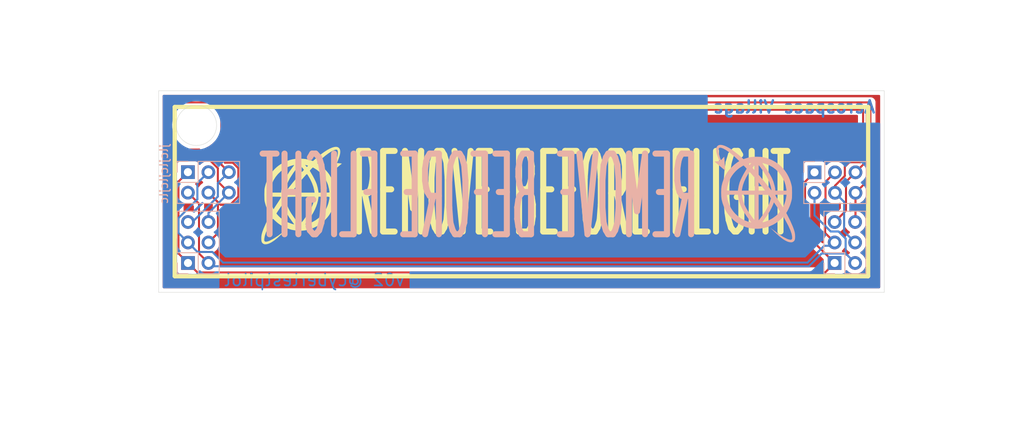
<source format=kicad_pcb>
(kicad_pcb (version 20211014) (generator pcbnew)
  (title_block (title "Remove Before Flight - SAO extender") (date "2022-05-06") (rev "v02") (company "Author: Dan Allen"))
  (layers (0 "F.Cu" signal) (31 "B.Cu" signal) (34 "B.Paste" user) (35 "F.Paste" user) (36 "B.SilkS" user "B.Silkscreen") (37 "F.SilkS" user "F.Silkscreen") (38 "B.Mask" user) (39 "F.Mask" user) (44 "Edge.Cuts" user))
  (net 0 "")
  (net 1 "Net-(J1-Pad1)")
  (net 2 "Net-(J1-Pad2)")
  (net 3 "Net-(J1-Pad3)")
  (net 4 "Net-(J1-Pad4)")
  (net 5 "Net-(J1-Pad5)")
  (net 6 "Net-(J1-Pad6)")
  (footprint "aerospace_badge:aerospace_logo_new" (layer "F.Cu") (at 136.647072 101.376092)
    (fp_text reference "svg2mod" hide)
    (fp_text value "G***" hide)
    (fp_poly (pts (xy 5.344321 -4.42826) (xy 5.121701 -4.40216) (xy 4.865366 -4.32616) (xy 4.577707 -4.2014) (xy 4.261108 -4.02913) (xy 3.917962 -3.81055) (xy 3.550654 -3.54684) (xy 3.161573 -3.23923) (xy 2.753107 -2.88889) (xy 2.495452 -2.65984) (xy 2.224337 -2.75094) (xy 1.895108 -2.84934) (xy 1.584777 -2.91174) (xy 1.250766 -2.94434) (xy 0.850496 -2.95334) (xy 0.35105 -2.93894) (xy -0.021494 -2.88114) (xy -0.33666 -2.80174) (xy -0.641118 -2.70224) (xy -0.934269 -2.58319) (xy -1.215513 -2.44519) (xy -1.484252 -2.28883) (xy -1.739888 -2.11469) (xy -1.981823 -1.92336) (xy -2.209456 -1.71542) (xy -2.42219 -1.49146) (xy -2.619425 -1.25208) (xy -2.800563 -0.99785) (xy -2.965004 -0.72937) (xy -3.112153 -0.44722) (xy -3.241407 -0.15199) (xy -3.352169 0.15573) (xy -3.443839 0.47536) (xy -3.492209 0.6842) (xy -3.518609 0.87362) (xy -3.532289 1.50671) (xy -3.519899 2.1406) (xy -3.493499 2.32888) (xy -3.444549 2.53805) (xy -3.349439 2.86477) (xy -3.231538 3.19176) (xy -3.097928 3.5011) (xy -2.95568 3.77489) (xy -2.81099 4.02605) (xy -2.943903 4.26736) (xy -3.30496 4.98261) (xy -3.622651 5.70322) (xy -3.762859 6.0813) (xy -3.852109 6.38796) (xy -3.899339 6.66109) (xy -3.913469 6.93862) (xy -3.901889 7.19252) (xy -3.860689 7.37349) (xy -3.781829 7.5022) (xy -3.657253 7.5993) (xy -3.516119 7.6566) (xy -3.315716 7.6586) (xy -3.133069 7.6279) (xy -2.929503 7.5576) (xy -2.70603 7.44832) (xy -2.463658 7.30074) (xy -2.203395 7.11552) (xy -1.926255 6.89333) (xy -1.325377 6.34072) (xy -0.8329 5.85329) (xy -1.134779 6.08811) (xy -1.822886 6.59705) (xy -2.413191 6.97788) (xy -2.89895 7.22665) (xy -3.100515 7.30025) (xy -3.273414 7.33935) (xy -3.4014 7.34235) (xy -3.48564 7.28755) (xy -3.52397 7.24205) (xy -3.54332 7.18915) (xy -3.54002 6.97393) (xy -3.47377 6.61254) (xy -3.32049 6.16669) (xy -3.079108 5.63361) (xy -2.748552 5.01051) (xy -2.459891 4.49592) (xy -2.394513 4.557172) (xy -2.394513 3.32208) (xy -2.480803 3.12979) (xy -2.600199 2.83704) (xy -2.695849 2.54409) (xy -2.767379 2.25221) (xy -2.814419 1.96265) (xy -2.838689 1.761) (xy -2.838685 1.76053) (xy -2.145516 1.76053) (xy -1.547941 1.76953) (xy -1.466531 1.78833) (xy -1.452391 1.823605) (xy -1.452391 1.2521) (xy -2.145561 1.2521) (xy -2.838731 1.2521) (xy -2.812771 1.0353) (xy -2.726721 0.57532) (xy -2.582665 0.13096) (xy -2.384848 -0.29183) (xy -2.137511 -0.68709) (xy -1.844897 -1.04887) (xy -1.51125 -1.37124) (xy -1.140814 -1.64823) (xy -0.737829 -1.87389) (xy -0.32467 -2.03788) (xy 0.082966 -2.16111) (xy 0.141606 -2.17011) (xy 0.141644 -2.17051) (xy 0.150044 -2.15361) (xy 0.120174 -2.10051) (xy -0.082643 -1.82919) (xy -0.438642 -1.33049) (xy -0.754314 -0.82523) (xy -1.01584 -0.33716) (xy -1.209404 0.10996) (xy -1.373441 0.67911) (xy -1.430381 0.95763) (xy -1.452391 1.1538) (xy -1.452391 1.2521) (xy -1.452391 1.823605) (xy -1.452341 1.82373) (xy -1.557821 2.02459) (xy -1.811424 2.41932) (xy -2.282511 3.13724) (xy -2.394513 3.32208) (xy -2.394513 4.557172) (xy -2.17051 4.76704) (xy -1.947655 4.96305) (xy -1.715533 5.14244) (xy -1.474878 5.30501) (xy -1.226418 5.45061) (xy -0.709009 5.69013) (xy -0.169152 5.85958) (xy 0.116063 5.90981) (xy 0.116063 5.18606) (xy -0.150153 5.11516) (xy -0.652255 4.92476) (xy -1.120155 4.67299) (xy -1.535805 4.37119) (xy -1.718395 4.20507) (xy -1.881155 4.0307) (xy -2.036421 3.849) (xy -1.964071 3.72329) (xy -1.586721 3.15294) (xy -1.281717 2.70829) (xy -1.281697 2.70798) (xy -1.192527 2.94112) (xy -0.996353 3.38473) (xy -0.96633 3.440298) (xy -0.96633 1.2009) (xy -0.97333 1.187) (xy -0.96117 1.0936) (xy -0.87751 0.69905) (xy -0.743798 0.2833) (xy -0.564706 -0.14113) (xy -0.344914 -0.56169) (xy 0.077269 -1.21429) (xy 0.499436 -1.78099) (xy 0.609698 -1.90813) (xy 0.609793 -1.9081) (xy 0.610993 -1.31179) (xy 0.612193 -0.71548) (xy 0.490576 -0.58112) (xy 0 0) (xy -0.592922 0.74417) (xy -0.94374 1.1863) (xy -0.96633 1.2009) (xy -0.96633 3.440298) (xy -0.736233 3.86617) (xy -0.426836 4.36032) (xy -0.082832 4.84205) (xy 0.147183 5.15186) (xy 0.154083 5.18106) (xy 0.116063 5.18606) (xy 0.116063 5.90981) (xy 0.387309 5.95758) (xy 0.604197 5.974232) (xy 0.604197 4.93669) (xy 0.270062 4.49747) (xy -0.167807 3.87338) (xy -0.362947 3.54899) (xy -0.537977 3.21471) (xy -0.686914 2.88282) (xy -0.803774 2.56564) (xy -0.920103 2.2056) (xy -0.763876 1.9912) (xy -0.607648 1.77705) (xy 0.00236 1.76805) (xy 0.612097 1.75905) (xy 0.612097 1.25282) (xy 0.215039 1.25282) (xy -0.182019 1.23602) (xy 0.215039 0.72432) (xy 0.612097 0.22944) (xy 0.612097 0.22941) (xy 0.612097 0.74112) (xy 0.612097 1.25282) (xy 0.612097 1.75905) (xy 0.612122 1.75905) (xy 0.612097 1.75975) (xy 0.612097 3.3487) (xy 0.604197 4.93669) (xy 0.604197 5.974232) (xy 0.669939 5.97928) (xy 0.95453 5.98228) (xy 1.101375 5.974419) (xy 1.101375 4.93747) (xy 1.088875 3.34923) (xy 1.088875 1.761) (xy 1.088872 1.761) (xy 1.894525 1.761) (xy 2.699775 1.761) (xy 2.699775 1.25289) (xy 1.894362 1.25289) (xy 1.088709 1.25289) (xy 1.088709 0.45926) (xy 1.088709 -0.33438) (xy 1.112621 -0.362071) (xy 1.112621 -1.29163) (xy 1.095811 -1.38293) (xy 1.088811 -1.6065) (xy 1.100821 -1.924) (xy 1.100828 -1.924) (xy 1.100843 -1.92399) (xy 1.247697 -1.74926) (xy 1.382534 -1.57428) (xy 1.259475 -1.43464) (xy 1.112621 -1.29163) (xy 1.112621 -0.362071) (xy 1.371602 -0.66198) (xy 1.619034 -0.9454) (xy 1.691004 -1.0109) (xy 1.73228 -1.026333) (xy 1.73228 -1.92106) (xy 1.626045 -2.05493) (xy 1.520051 -2.18881) (xy 1.520056 -2.18896) (xy 1.609946 -2.16636) (xy 1.79141 -2.12546) (xy 1.88298 -2.08506) (xy 1.80751 -1.99176) (xy 1.73228 -1.92106) (xy 1.73228 -1.026333) (xy 1.743424 -1.0305) (xy 1.743425 -1.03044) (xy 1.777835 -1.01634) (xy 1.812445 -0.97844) (xy 1.903495 -0.83839) (xy 2.166824 -0.3847) (xy 2.388596 0.09171) (xy 2.556553 0.56111) (xy 2.658435 0.99379) (xy 2.699775 1.25289) (xy 2.699775 1.761) (xy 2.699937 1.761) (xy 2.660517 2.00712) (xy 2.599627 2.30611) (xy 2.511747 2.60848) (xy 2.395677 2.91661) (xy 2.250224 3.23292) (xy 2.07419 3.55979) (xy 1.866375 3.8996) (xy 1.350617 4.62766) (xy 1.101375 4.93747) (xy 1.101375 5.974419) (xy 1.240347 5.96698) (xy 1.52639 5.932913) (xy 1.52639 5.19753) (xy 1.780199 4.86873) (xy 2.070845 4.47443) (xy 2.32706 4.08935) (xy 2.549354 3.71238) (xy 2.738238 3.34244) (xy 2.894223 2.97845) (xy 3.017822 2.6193) (xy 3.109542 2.26393) (xy 3.169902 1.91122) (xy 3.189132 1.76052) (xy 3.870038 1.76052) (xy 3.870038 1.25293) (xy 3.189127 1.25293) (xy 3.168217 1.10199) (xy 3.086757 0.65714) (xy 2.975458 0.24394) (xy 2.858012 -0.05612) (xy 2.685455 -0.42499) (xy 2.488273 -0.80123) (xy 2.29695 -1.12341) (xy 2.105151 -1.45774) (xy 2.160381 -1.53994) (xy 2.293106 -1.68275) (xy 2.480819 -1.86854) (xy 2.480824 -1.86893) (xy 2.689687 -1.75236) (xy 2.965714 -1.57853) (xy 3.227963 -1.37468) (xy 3.473715 -1.14413) (xy 3.700252 -0.89021) (xy 3.904855 -0.61626) (xy 4.084806 -0.3256) (xy 4.237387 -0.02155) (xy 4.35988 0.29254) (xy 4.487173 0.78285) (xy 4.550953 1.19313) (xy 4.535113 1.22613) (xy 4.451963 1.24393) (xy 3.870038 1.25293) (xy 3.870038 1.76052) (xy 3.870206 1.76052) (xy 4.311489 1.76006) (xy 4.311489 1.76007) (xy 4.31135 1.75998) (xy 4.478707 1.77858) (xy 4.521837 1.80158) (xy 4.543607 1.83728) (xy 4.540007 1.95763) (xy 4.501927 2.16122) (xy 4.444287 2.43373) (xy 4.367847 2.69836) (xy 4.272777 2.9548) (xy 4.159231 3.20276) (xy 4.027365 3.44191) (xy 3.877343 3.67196) (xy 3.70932 3.89259) (xy 3.523458 4.10349) (xy 3.186045 4.41628) (xy 2.80742 4.68927) (xy 2.404417 4.91177) (xy 1.993871 5.07307) (xy 1.633106 5.17473) (xy 1.52639 5.19753) (xy 1.52639 5.932913) (xy 1.526663 5.93288) (xy 1.812748 5.87988) (xy 2.097867 5.80778) (xy 2.413397 5.69548) (xy 2.769191 5.53468) (xy 3.118781 5.34824) (xy 3.415706 5.15908) (xy 3.700675 4.92634) (xy 4.009234 4.62936) (xy 4.295509 4.31524) (xy 4.513625 4.03111) (xy 4.742951 3.64369) (xy 4.938703 3.22408) (xy 5.095509 2.78538) (xy 5.207996 2.34073) (xy 5.251486 1.97109) (xy 5.265986 1.50623) (xy 5.251486 1.04138) (xy 5.207996 0.67174) (xy 5.096861 0.22747) (xy 4.944165 -0.20087) (xy 4.750032 -0.61298) (xy 4.514587 -1.00855) (xy 4.271056 -1.32555) (xy 3.954652 -1.66692) (xy 3.614413 -1.98351) (xy 3.299377 -2.22616) (xy 3.016484 -2.4134) (xy 3.301059 -2.68619) (xy 3.672537 -3.02678) (xy 4.0338 -3.3289) (xy 4.376214 -3.58728) (xy 4.691146 -3.79659) (xy 4.969963 -3.95157) (xy 5.204031 -4.04687) (xy 5.384716 -4.07727) (xy 5.452346 -4.06647) (xy 5.503386 -4.03747) (xy 5.548286 -3.97587) (xy 5.577226 -3.88767) (xy 5.587586 -3.63682) (xy 5.535176 -3.29521) (xy 5.420693 -2.87317) (xy 5.336333 -2.62927) (xy 5.287063 -2.52779) (xy 5.073633 -2.75516) (xy 4.923953 -2.91995) (xy 4.889913 -2.93925) (xy 4.876553 -2.92195) (xy 4.753014 -1.23614) (xy 5.422149 -1.79207) (xy 6.086477 -2.35329) (xy 5.930248 -2.37419) (xy 5.623321 -2.39799) (xy 5.516731 -2.40699) (xy 5.472381 -2.42399) (xy 5.61611 -2.78764) (xy 5.729617 -3.07912) (xy 5.812207 -3.3426) (xy 5.863887 -3.57817) (xy 5.884657 -3.78597) (xy 5.874517 -3.96611) (xy 5.833467 -4.11871) (xy 5.761507 -4.24388) (xy 5.658644 -4.34178) (xy 5.517779 -4.40748) (xy 5.344267 -4.42878) (xy 5.344321 -4.42826)) (layer "F.SilkS") (width 0) (fill solid))
  )
  (footprint "Connector_PinHeader_2.54mm:PinHeader_2x03_P2.54mm_Vertical" (layer "B.Cu") (at 123.634464 100.091262 -90)
    (fp_text reference "J1" hide)
    (fp_text value "Conn_02x03_Counter_Clockwise")
    (fp_line (start -1.33 -6.41) (end 3.87 -6.41) (layer "B.SilkS") (width 0.12))
    (fp_line (start -1.33 1.33) (end 0 1.33) (layer "B.SilkS") (width 0.12))
    (fp_line (start 1.27 1.33) (end 3.87 1.33) (layer "B.SilkS") (width 0.12))
    (fp_line (start -1.33 -1.27) (end 1.27 -1.27) (layer "B.SilkS") (width 0.12))
    (fp_line (start 1.27 -1.27) (end 1.27 1.33) (layer "B.SilkS") (width 0.12))
    (fp_line (start -1.33 -1.27) (end -1.33 -6.41) (layer "B.SilkS") (width 0.12))
    (fp_line (start -1.33 0) (end -1.33 1.33) (layer "B.SilkS") (width 0.12))
    (fp_line (start 3.87 1.33) (end 3.87 -6.41) (layer "B.SilkS") (width 0.12))
    (pad "1" thru_hole rect locked (at 0 0 270) (size 1.7 1.7) (drill 1) (layers *.Cu *.Mask) (net 1 "Net-(J1-Pad1)"))
    (pad "2" thru_hole oval locked (at 2.54 0 270) (size 1.7 1.7) (drill 1) (layers *.Cu *.Mask) (net 2 "Net-(J1-Pad2)"))
    (pad "3" thru_hole oval locked (at 0 -2.54 270) (size 1.7 1.7) (drill 1) (layers *.Cu *.Mask) (net 3 "Net-(J1-Pad3)"))
    (pad "4" thru_hole oval locked (at 2.54 -2.54 270) (size 1.7 1.7) (drill 1) (layers *.Cu *.Mask) (net 4 "Net-(J1-Pad4)"))
    (pad "5" thru_hole oval locked (at 0 -5.08 270) (size 1.7 1.7) (drill 1) (layers *.Cu *.Mask) (net 5 "Net-(J1-Pad5)"))
    (pad "6" thru_hole oval locked (at 2.54 -5.08 270) (size 1.7 1.7) (drill 1) (layers *.Cu *.Mask) (net 6 "Net-(J1-Pad6)"))
  )
  (footprint "Connector_PinHeader_2.54mm:PinHeader_2x03_P2.54mm_Vertical" (layer "B.Cu") (at 201.350034 100.111761 -90)
    (fp_text reference "J2" hide)
    (fp_text value "Conn_02x03_Counter_Clockwise")
    (fp_line (start -1.33 -1.27) (end -1.33 -6.41) (layer "B.SilkS") (width 0.12))
    (fp_line (start 1.27 1.33) (end 3.87 1.33) (layer "B.SilkS") (width 0.12))
    (fp_line (start -1.33 1.33) (end 0 1.33) (layer "B.SilkS") (width 0.12))
    (fp_line (start 3.87 1.33) (end 3.87 -6.41) (layer "B.SilkS") (width 0.12))
    (fp_line (start -1.33 -6.41) (end 3.87 -6.41) (layer "B.SilkS") (width 0.12))
    (fp_line (start 1.27 -1.27) (end 1.27 1.33) (layer "B.SilkS") (width 0.12))
    (fp_line (start -1.33 0) (end -1.33 1.33) (layer "B.SilkS") (width 0.12))
    (fp_line (start -1.33 -1.27) (end 1.27 -1.27) (layer "B.SilkS") (width 0.12))
    (pad "1" thru_hole rect locked (at 0 0 270) (size 1.7 1.7) (drill 1) (layers *.Cu *.Mask) (net 1 "Net-(J1-Pad1)"))
    (pad "2" thru_hole oval locked (at 2.54 0 270) (size 1.7 1.7) (drill 1) (layers *.Cu *.Mask) (net 2 "Net-(J1-Pad2)"))
    (pad "3" thru_hole oval locked (at 0 -2.54 270) (size 1.7 1.7) (drill 1) (layers *.Cu *.Mask) (net 3 "Net-(J1-Pad3)"))
    (pad "4" thru_hole oval locked (at 2.54 -2.54 270) (size 1.7 1.7) (drill 1) (layers *.Cu *.Mask) (net 4 "Net-(J1-Pad4)"))
    (pad "5" thru_hole oval locked (at 0 -5.08 270) (size 1.7 1.7) (drill 1) (layers *.Cu *.Mask) (net 5 "Net-(J1-Pad5)"))
    (pad "6" thru_hole oval locked (at 2.54 -5.08 270) (size 1.7 1.7) (drill 1) (layers *.Cu *.Mask) (net 6 "Net-(J1-Pad6)"))
  )
  (footprint "Connector_PinHeader_2.54mm:PinHeader_2x03_P2.54mm_Vertical" (layer "B.Cu") (at 123.645626 111.35397)
    (fp_text reference "J3" hide)
    (fp_text value "Conn_02x03_Counter_Clockwise")
    (fp_line (start -1.33 -1.27) (end 1.27 -1.27) (layer "B.SilkS") (width 0.12))
    (fp_line (start 1.27 -1.27) (end 1.27 1.33) (layer "B.SilkS") (width 0.12))
    (fp_line (start -1.33 0) (end -1.33 1.33) (layer "B.SilkS") (width 0.12))
    (fp_line (start -1.33 -1.27) (end -1.33 -6.41) (layer "B.SilkS") (width 0.12))
    (fp_line (start -1.33 1.33) (end 0 1.33) (layer "B.SilkS") (width 0.12))
    (fp_line (start 1.27 1.33) (end 3.87 1.33) (layer "B.SilkS") (width 0.12))
    (fp_line (start 3.87 1.33) (end 3.87 -6.41) (layer "B.SilkS") (width 0.12))
    (fp_line (start -1.33 -6.41) (end 3.87 -6.41) (layer "B.SilkS") (width 0.12))
    (pad "1" thru_hole rect (at 0 0) (size 1.7 1.7) (drill 1) (layers *.Cu *.Mask) (net 1 "Net-(J1-Pad1)"))
    (pad "2" thru_hole oval (at 2.54 0) (size 1.7 1.7) (drill 1) (layers *.Cu *.Mask) (net 2 "Net-(J1-Pad2)"))
    (pad "3" thru_hole oval (at 0 -2.54) (size 1.7 1.7) (drill 1) (layers *.Cu *.Mask) (net 3 "Net-(J1-Pad3)"))
    (pad "4" thru_hole oval (at 2.54 -2.54) (size 1.7 1.7) (drill 1) (layers *.Cu *.Mask) (net 4 "Net-(J1-Pad4)"))
    (pad "5" thru_hole oval (at 0 -5.08) (size 1.7 1.7) (drill 1) (layers *.Cu *.Mask) (net 5 "Net-(J1-Pad5)"))
    (pad "6" thru_hole oval (at 2.54 -5.08) (size 1.7 1.7) (drill 1) (layers *.Cu *.Mask) (net 6 "Net-(J1-Pad6)"))
  )
  (footprint "aerospace_badge:aerospace_logo_new" (layer "B.Cu") (at 195.033407 101.131961 180)
    (fp_text reference "svg2mod" hide)
    (fp_text value "G***" hide)
    (fp_poly (pts (xy 5.344321 4.42826) (xy 5.121701 4.40216) (xy 4.865366 4.32616) (xy 4.577707 4.2014) (xy 4.261108 4.02913) (xy 3.917962 3.81055) (xy 3.550654 3.54684) (xy 3.161573 3.23923) (xy 2.753107 2.88889) (xy 2.495452 2.65984) (xy 2.224337 2.75094) (xy 1.895108 2.84934) (xy 1.584777 2.91174) (xy 1.250766 2.94434) (xy 0.850496 2.95334) (xy 0.35105 2.93894) (xy -0.021494 2.88114) (xy -0.33666 2.80174) (xy -0.641118 2.70224) (xy -0.934269 2.58319) (xy -1.215513 2.44519) (xy -1.484252 2.28883) (xy -1.739888 2.11469) (xy -1.981823 1.92336) (xy -2.209456 1.71542) (xy -2.42219 1.49146) (xy -2.619425 1.25208) (xy -2.800563 0.99785) (xy -2.965004 0.72937) (xy -3.112153 0.44722) (xy -3.241407 0.15199) (xy -3.352169 -0.15573) (xy -3.443839 -0.47536) (xy -3.492209 -0.6842) (xy -3.518609 -0.87362) (xy -3.532289 -1.50671) (xy -3.519899 -2.1406) (xy -3.493499 -2.32888) (xy -3.444549 -2.53805) (xy -3.349439 -2.86477) (xy -3.231538 -3.19176) (xy -3.097928 -3.5011) (xy -2.95568 -3.77489) (xy -2.81099 -4.02605) (xy -2.943903 -4.26736) (xy -3.30496 -4.98261) (xy -3.622651 -5.70322) (xy -3.762859 -6.0813) (xy -3.852109 -6.38796) (xy -3.899339 -6.66109) (xy -3.913469 -6.93862) (xy -3.901889 -7.19252) (xy -3.860689 -7.37349) (xy -3.781829 -7.5022) (xy -3.657253 -7.5993) (xy -3.516119 -7.6566) (xy -3.315716 -7.6586) (xy -3.133069 -7.6279) (xy -2.929503 -7.5576) (xy -2.70603 -7.44832) (xy -2.463658 -7.30074) (xy -2.203395 -7.11552) (xy -1.926255 -6.89333) (xy -1.325377 -6.34072) (xy -0.8329 -5.85329) (xy -1.134779 -6.08811) (xy -1.822886 -6.59705) (xy -2.413191 -6.97788) (xy -2.89895 -7.22665) (xy -3.100515 -7.30025) (xy -3.273414 -7.33935) (xy -3.4014 -7.34235) (xy -3.48564 -7.28755) (xy -3.52397 -7.24205) (xy -3.54332 -7.18915) (xy -3.54002 -6.97393) (xy -3.47377 -6.61254) (xy -3.32049 -6.16669) (xy -3.079108 -5.63361) (xy -2.748552 -5.01051) (xy -2.459891 -4.49592) (xy -2.394513 -4.557172) (xy -2.394513 -3.32208) (xy -2.480803 -3.12979) (xy -2.600199 -2.83704) (xy -2.695849 -2.54409) (xy -2.767379 -2.25221) (xy -2.814419 -1.96265) (xy -2.838689 -1.761) (xy -2.838685 -1.76053) (xy -2.145516 -1.76053) (xy -1.547941 -1.76953) (xy -1.466531 -1.78833) (xy -1.452391 -1.823605) (xy -1.452391 -1.2521) (xy -2.145561 -1.2521) (xy -2.838731 -1.2521) (xy -2.812771 -1.0353) (xy -2.726721 -0.57532) (xy -2.582665 -0.13096) (xy -2.384848 0.29183) (xy -2.137511 0.68709) (xy -1.844897 1.04887) (xy -1.51125 1.37124) (xy -1.140814 1.64823) (xy -0.737829 1.87389) (xy -0.32467 2.03788) (xy 0.082966 2.16111) (xy 0.141606 2.17011) (xy 0.141644 2.17051) (xy 0.150044 2.15361) (xy 0.120174 2.10051) (xy -0.082643 1.82919) (xy -0.438642 1.33049) (xy -0.754314 0.82523) (xy -1.01584 0.33716) (xy -1.209404 -0.10996) (xy -1.373441 -0.67911) (xy -1.430381 -0.95763) (xy -1.452391 -1.1538) (xy -1.452391 -1.2521) (xy -1.452391 -1.823605) (xy -1.452341 -1.82373) (xy -1.557821 -2.02459) (xy -1.811424 -2.41932) (xy -2.282511 -3.13724) (xy -2.394513 -3.32208) (xy -2.394513 -4.557172) (xy -2.17051 -4.76704) (xy -1.947655 -4.96305) (xy -1.715533 -5.14244) (xy -1.474878 -5.30501) (xy -1.226418 -5.45061) (xy -0.709009 -5.69013) (xy -0.169152 -5.85958) (xy 0.116063 -5.90981) (xy 0.116063 -5.18606) (xy -0.150153 -5.11516) (xy -0.652255 -4.92476) (xy -1.120155 -4.67299) (xy -1.535805 -4.37119) (xy -1.718395 -4.20507) (xy -1.881155 -4.0307) (xy -2.036421 -3.849) (xy -1.964071 -3.72329) (xy -1.586721 -3.15294) (xy -1.281717 -2.70829) (xy -1.281697 -2.70798) (xy -1.192527 -2.94112) (xy -0.996353 -3.38473) (xy -0.96633 -3.440298) (xy -0.96633 -1.2009) (xy -0.97333 -1.187) (xy -0.96117 -1.0936) (xy -0.87751 -0.69905) (xy -0.743798 -0.2833) (xy -0.564706 0.14113) (xy -0.344914 0.56169) (xy 0.077269 1.21429) (xy 0.499436 1.78099) (xy 0.609698 1.90813) (xy 0.609793 1.9081) (xy 0.610993 1.31179) (xy 0.612193 0.71548) (xy 0.490576 0.58112) (xy 0 0) (xy -0.592922 -0.74417) (xy -0.94374 -1.1863) (xy -0.96633 -1.2009) (xy -0.96633 -3.440298) (xy -0.736233 -3.86617) (xy -0.426836 -4.36032) (xy -0.082832 -4.84205) (xy 0.147183 -5.15186) (xy 0.154083 -5.18106) (xy 0.116063 -5.18606) (xy 0.116063 -5.90981) (xy 0.387309 -5.95758) (xy 0.604197 -5.974232) (xy 0.604197 -4.93669) (xy 0.270062 -4.49747) (xy -0.167807 -3.87338) (xy -0.362947 -3.54899) (xy -0.537977 -3.21471) (xy -0.686914 -2.88282) (xy -0.803774 -2.56564) (xy -0.920103 -2.2056) (xy -0.763876 -1.9912) (xy -0.607648 -1.77705) (xy 0.00236 -1.76805) (xy 0.612097 -1.75905) (xy 0.612097 -1.25282) (xy 0.215039 -1.25282) (xy -0.182019 -1.23602) (xy 0.215039 -0.72432) (xy 0.612097 -0.22944) (xy 0.612097 -0.22941) (xy 0.612097 -0.74112) (xy 0.612097 -1.25282) (xy 0.612097 -1.75905) (xy 0.612122 -1.75905) (xy 0.612097 -1.75975) (xy 0.612097 -3.3487) (xy 0.604197 -4.93669) (xy 0.604197 -5.974232) (xy 0.669939 -5.97928) (xy 0.95453 -5.98228) (xy 1.101375 -5.974419) (xy 1.101375 -4.93747) (xy 1.088875 -3.34923) (xy 1.088875 -1.761) (xy 1.088872 -1.761) (xy 1.894525 -1.761) (xy 2.699775 -1.761) (xy 2.699775 -1.25289) (xy 1.894362 -1.25289) (xy 1.088709 -1.25289) (xy 1.088709 -0.45926) (xy 1.088709 0.33438) (xy 1.112621 0.362071) (xy 1.112621 1.29163) (xy 1.095811 1.38293) (xy 1.088811 1.6065) (xy 1.100821 1.924) (xy 1.100828 1.924) (xy 1.100843 1.92399) (xy 1.247697 1.74926) (xy 1.382534 1.57428) (xy 1.259475 1.43464) (xy 1.112621 1.29163) (xy 1.112621 0.362071) (xy 1.371602 0.66198) (xy 1.619034 0.9454) (xy 1.691004 1.0109) (xy 1.73228 1.026333) (xy 1.73228 1.92106) (xy 1.626045 2.05493) (xy 1.520051 2.18881) (xy 1.520056 2.18896) (xy 1.609946 2.16636) (xy 1.79141 2.12546) (xy 1.88298 2.08506) (xy 1.80751 1.99176) (xy 1.73228 1.92106) (xy 1.73228 1.026333) (xy 1.743424 1.0305) (xy 1.743425 1.03044) (xy 1.777835 1.01634) (xy 1.812445 0.97844) (xy 1.903495 0.83839) (xy 2.166824 0.3847) (xy 2.388596 -0.09171) (xy 2.556553 -0.56111) (xy 2.658435 -0.99379) (xy 2.699775 -1.25289) (xy 2.699775 -1.761) (xy 2.699937 -1.761) (xy 2.660517 -2.00712) (xy 2.599627 -2.30611) (xy 2.511747 -2.60848) (xy 2.395677 -2.91661) (xy 2.250224 -3.23292) (xy 2.07419 -3.55979) (xy 1.866375 -3.8996) (xy 1.350617 -4.62766) (xy 1.101375 -4.93747) (xy 1.101375 -5.974419) (xy 1.240347 -5.96698) (xy 1.52639 -5.932913) (xy 1.52639 -5.19753) (xy 1.780199 -4.86873) (xy 2.070845 -4.47443) (xy 2.32706 -4.08935) (xy 2.549354 -3.71238) (xy 2.738238 -3.34244) (xy 2.894223 -2.97845) (xy 3.017822 -2.6193) (xy 3.109542 -2.26393) (xy 3.169902 -1.91122) (xy 3.189132 -1.76052) (xy 3.870038 -1.76052) (xy 3.870038 -1.25293) (xy 3.189127 -1.25293) (xy 3.168217 -1.10199) (xy 3.086757 -0.65714) (xy 2.975458 -0.24394) (xy 2.858012 0.05612) (xy 2.685455 0.42499) (xy 2.488273 0.80123) (xy 2.29695 1.12341) (xy 2.105151 1.45774) (xy 2.160381 1.53994) (xy 2.293106 1.68275) (xy 2.480819 1.86854) (xy 2.480824 1.86893) (xy 2.689687 1.75236) (xy 2.965714 1.57853) (xy 3.227963 1.37468) (xy 3.473715 1.14413) (xy 3.700252 0.89021) (xy 3.904855 0.61626) (xy 4.084806 0.3256) (xy 4.237387 0.02155) (xy 4.35988 -0.29254) (xy 4.487173 -0.78285) (xy 4.550953 -1.19313) (xy 4.535113 -1.22613) (xy 4.451963 -1.24393) (xy 3.870038 -1.25293) (xy 3.870038 -1.76052) (xy 3.870206 -1.76052) (xy 4.311489 -1.76006) (xy 4.311489 -1.76007) (xy 4.31135 -1.75998) (xy 4.478707 -1.77858) (xy 4.521837 -1.80158) (xy 4.543607 -1.83728) (xy 4.540007 -1.95763) (xy 4.501927 -2.16122) (xy 4.444287 -2.43373) (xy 4.367847 -2.69836) (xy 4.272777 -2.9548) (xy 4.159231 -3.20276) (xy 4.027365 -3.44191) (xy 3.877343 -3.67196) (xy 3.70932 -3.89259) (xy 3.523458 -4.10349) (xy 3.186045 -4.41628) (xy 2.80742 -4.68927) (xy 2.404417 -4.91177) (xy 1.993871 -5.07307) (xy 1.633106 -5.17473) (xy 1.52639 -5.19753) (xy 1.52639 -5.932913) (xy 1.526663 -5.93288) (xy 1.812748 -5.87988) (xy 2.097867 -5.80778) (xy 2.413397 -5.69548) (xy 2.769191 -5.53468) (xy 3.118781 -5.34824) (xy 3.415706 -5.15908) (xy 3.700675 -4.92634) (xy 4.009234 -4.62936) (xy 4.295509 -4.31524) (xy 4.513625 -4.03111) (xy 4.742951 -3.64369) (xy 4.938703 -3.22408) (xy 5.095509 -2.78538) (xy 5.207996 -2.34073) (xy 5.251486 -1.97109) (xy 5.265986 -1.50623) (xy 5.251486 -1.04138) (xy 5.207996 -0.67174) (xy 5.096861 -0.22747) (xy 4.944165 0.20087) (xy 4.750032 0.61298) (xy 4.514587 1.00855) (xy 4.271056 1.32555) (xy 3.954652 1.66692) (xy 3.614413 1.98351) (xy 3.299377 2.22616) (xy 3.016484 2.4134) (xy 3.301059 2.68619) (xy 3.672537 3.02678) (xy 4.0338 3.3289) (xy 4.376214 3.58728) (xy 4.691146 3.79659) (xy 4.969963 3.95157) (xy 5.204031 4.04687) (xy 5.384716 4.07727) (xy 5.452346 4.06647) (xy 5.503386 4.03747) (xy 5.548286 3.97587) (xy 5.577226 3.88767) (xy 5.587586 3.63682) (xy 5.535176 3.29521) (xy 5.420693 2.87317) (xy 5.336333 2.62927) (xy 5.287063 2.52779) (xy 5.073633 2.75516) (xy 4.923953 2.91995) (xy 4.889913 2.93925) (xy 4.876553 2.92195) (xy 4.753014 1.23614) (xy 5.422149 1.79207) (xy 6.086477 2.35329) (xy 5.930248 2.37419) (xy 5.623321 2.39799) (xy 5.516731 2.40699) (xy 5.472381 2.42399) (xy 5.61611 2.78764) (xy 5.729617 3.07912) (xy 5.812207 3.3426) (xy 5.863887 3.57817) (xy 5.884657 3.78597) (xy 5.874517 3.96611) (xy 5.833467 4.11871) (xy 5.761507 4.24388) (xy 5.658644 4.34178) (xy 5.517779 4.40748) (xy 5.344267 4.42878) (xy 5.344321 4.42826)) (layer "B.SilkS") (width 0) (fill solid))
  )
  (footprint "Connector_PinHeader_2.54mm:PinHeader_2x03_P2.54mm_Vertical" (layer "B.Cu") (at 203.844843 111.353879)
    (fp_text reference "J4" hide)
    (fp_text value "Conn_02x03_Counter_Clockwise")
    (fp_line (start 1.27 1.33) (end 3.87 1.33) (layer "B.SilkS") (width 0.12))
    (fp_line (start -1.33 1.33) (end 0 1.33) (layer "B.SilkS") (width 0.12))
    (fp_line (start -1.33 -1.27) (end 1.27 -1.27) (layer "B.SilkS") (width 0.12))
    (fp_line (start 1.27 -1.27) (end 1.27 1.33) (layer "B.SilkS") (width 0.12))
    (fp_line (start -1.33 -6.41) (end 3.87 -6.41) (layer "B.SilkS") (width 0.12))
    (fp_line (start -1.33 -1.27) (end -1.33 -6.41) (layer "B.SilkS") (width 0.12))
    (fp_line (start 3.87 1.33) (end 3.87 -6.41) (layer "B.SilkS") (width 0.12))
    (fp_line (start -1.33 0) (end -1.33 1.33) (layer "B.SilkS") (width 0.12))
    (pad "1" thru_hole rect (at 0 0) (size 1.7 1.7) (drill 1) (layers *.Cu *.Mask) (net 1 "Net-(J1-Pad1)"))
    (pad "2" thru_hole oval (at 2.54 0) (size 1.7 1.7) (drill 1) (layers *.Cu *.Mask) (net 2 "Net-(J1-Pad2)"))
    (pad "3" thru_hole oval (at 0 -2.54) (size 1.7 1.7) (drill 1) (layers *.Cu *.Mask) (net 3 "Net-(J1-Pad3)"))
    (pad "4" thru_hole oval (at 2.54 -2.54) (size 1.7 1.7) (drill 1) (layers *.Cu *.Mask) (net 4 "Net-(J1-Pad4)"))
    (pad "5" thru_hole oval (at 0 -5.08) (size 1.7 1.7) (drill 1) (layers *.Cu *.Mask) (net 5 "Net-(J1-Pad5)"))
    (pad "6" thru_hole oval (at 2.54 -5.08) (size 1.7 1.7) (drill 1) (layers *.Cu *.Mask) (net 6 "Net-(J1-Pad6)"))
  )
  (gr_line (start 122 113) (end 122 92) (layer "F.SilkS") (width 0.5))
  (gr_line (start 208 113) (end 122 113) (layer "F.SilkS") (width 0.5))
  (gr_line (start 122 92) (end 208 92) (layer "F.SilkS") (width 0.5))
  (gr_line (start 122 92) (end 208 92) (layer "F.SilkS") (width 0.5))
  (gr_line (start 208 113) (end 122 113) (layer "F.SilkS") (width 0.5))
  (gr_line (start 122 113) (end 122 92) (layer "F.SilkS") (width 0.5))
  (gr_line (start 208 92) (end 208 113) (layer "F.SilkS") (width 0.5))
  (gr_line (start 208 92) (end 208 113) (layer "F.SilkS") (width 0.5))
  (gr_line (start 120 90) (end 210 90) (layer "Edge.Cuts") (width 0.05))
  (gr_line (start 120 90) (end 120 115) (layer "Edge.Cuts") (width 0.05))
  (gr_line (start 120 115) (end 210 115) (layer "Edge.Cuts") (width 0.05))
  (gr_circle (center 124.692285 94.279883) (end 127.192285 94.279883) (layer "Edge.Cuts") (width 0.05) (fill none))
  (gr_line (start 210 90) (end 210 115) (layer "Edge.Cuts") (width 0.05))
  (gr_text "v02 @cybertestpilot" (at 139.332297 113.464133) (layer "B.Cu") (effects (font (size 1.5 1.5) (thickness 0.2)) (justify mirror)))
  (gr_text "Aerospace Village" (at 198.796978 92.009526) (layer "B.Cu") (effects (font (size 1.5 1.5) (thickness 0.3)) (justify mirror)))
  (gr_text "jlcjlcjlcjlc" (at 120.65 100.33 90) (layer "B.SilkS") (effects (font (size 1 1)) (justify mirror)))
  (gr_text "REMOVE BEFORE FLIGHT" (at 159.691143 103.202797) (layer "B.SilkS") (effects (font (size 10 3) (thickness 0.75)) (justify mirror)))
  (gr_text "REMOVE BEFORE FLIGHT" (at 171.203474 102.868809) (layer "F.SilkS") (effects (font (size 10 3) (thickness 0.75))))
  (segment (start 123.645626 111.35397) (end 122.459953 110.168297) (width 0.25) (layer "F.Cu") (net 1))
  (segment (start 122.459953 110.168297) (end 122.459953 101.265773) (width 0.254) (layer "F.Cu") (net 1))
  (segment (start 122.459953 101.265773) (end 123.634464 100.091262) (width 0.25) (layer "F.Cu") (net 1))
  (segment (start 201.350034 100.111761) (end 200.173523 101.288272) (width 0.254) (layer "F.Cu") (net 1))
  (segment (start 124.820137 112.528481) (end 202.670241 112.528481) (width 0.25) (layer "F.Cu") (net 1))
  (segment (start 200.173523 101.288272) (end 200.173523 107.682559) (width 0.254) (layer "F.Cu") (net 1))
  (segment (start 202.670241 112.528481) (end 203.844843 111.353879) (width 0.25) (layer "F.Cu") (net 1))
  (segment (start 123.645626 111.35397) (end 124.820137 112.528481) (width 0.25) (layer "F.Cu") (net 1))
  (segment (start 200.173523 107.682559) (end 203.844843 111.353879) (width 0.254) (layer "F.Cu") (net 1))
  (segment (start 123.634464 102.631262) (end 125.011115 104.007913) (width 0.25) (layer "F.Cu") (net 2))
  (segment (start 125.011115 104.007913) (end 125.011115 110.179459) (width 0.25) (layer "F.Cu") (net 2))
  (segment (start 125.011115 110.179459) (end 126.185626 111.35397) (width 0.25) (layer "F.Cu") (net 2))
  (segment (start 202.242632 110.177368) (end 200.66 111.76) (width 0.254) (layer "B.Cu") (net 2))
  (segment (start 126.591656 111.76) (end 126.185626 111.35397) (width 0.254) (layer "B.Cu") (net 2))
  (segment (start 204.332171 107.45039) (end 205.208332 108.326551) (width 0.254) (layer "B.Cu") (net 2))
  (segment (start 201.350034 102.651761) (end 201.350034 105.442909) (width 0.254) (layer "B.Cu") (net 2))
  (segment (start 205.208332 110.177368) (end 202.242632 110.177368) (width 0.254) (layer "B.Cu") (net 2))
  (segment (start 201.350034 105.442909) (end 203.357515 107.45039) (width 0.254) (layer "B.Cu") (net 2))
  (segment (start 205.208332 108.326551) (end 205.208332 110.177368) (width 0.254) (layer "B.Cu") (net 2))
  (segment (start 203.357515 107.45039) (end 204.332171 107.45039) (width 0.254) (layer "B.Cu") (net 2))
  (segment (start 200.66 111.76) (end 126.591656 111.76) (width 0.254) (layer "B.Cu") (net 2))
  (segment (start 205.208332 110.177368) (end 206.384843 111.353879) (width 0.254) (layer "B.Cu") (net 2))
  (segment (start 202.713523 101.288272) (end 202.713523 103.653523) (width 0.254) (layer "F.Cu") (net 3))
  (segment (start 202.668332 103.698714) (end 202.668332 107.637368) (width 0.254) (layer "F.Cu") (net 3))
  (segment (start 202.668332 107.637368) (end 203.844843 108.813879) (width 0.254) (layer "F.Cu") (net 3))
  (segment (start 203.890034 100.111761) (end 202.713523 101.288272) (width 0.254) (layer "F.Cu") (net 3))
  (segment (start 202.713523 103.653523) (end 202.668332 103.698714) (width 0.254) (layer "F.Cu") (net 3))
  (segment (start 200.829995 110.94863) (end 200.682006 111.09662) (width 0.254) (layer "B.Cu") (net 3))
  (segment (start 203.2 109.22) (end 202.558626 109.22) (width 0.254) (layer "B.Cu") (net 3))
  (segment (start 124.808975 103.449611) (end 124.808975 101.456751) (width 0.25) (layer "B.Cu") (net 3))
  (segment (start 127.992124 111.30848) (end 200.470145 111.30848) (width 0.25) (layer "B.Cu") (net 3))
  (segment (start 201.789112 109.989514) (end 200.829995 110.94863) (width 0.254) (layer "B.Cu") (net 3))
  (segment (start 123.645626 108.81397) (end 122.471115 107.639459) (width 0.25) (layer "B.Cu") (net 3))
  (segment (start 203.844843 108.813879) (end 203.606121 108.813879) (width 0.254) (layer "B.Cu") (net 3))
  (segment (start 122.471115 107.639459) (end 122.471115 105.787471) (width 0.25) (layer "B.Cu") (net 3))
  (segment (start 122.471115 105.787471) (end 124.808975 103.449611) (width 0.25) (layer "B.Cu") (net 3))
  (segment (start 123.645626 108.81397) (end 124.820137 109.988481) (width 0.25) (layer "B.Cu") (net 3))
  (segment (start 202.558626 109.22) (end 201.789112 109.989514) (width 0.254) (layer "B.Cu") (net 3))
  (segment (start 203.606121 108.813879) (end 203.2 109.22) (width 0.254) (layer "B.Cu") (net 3))
  (segment (start 200.470145 111.30848) (end 200.829995 110.94863) (width 0.25) (layer "B.Cu") (net 3))
  (segment (start 126.672125 109.988481) (end 127.992124 111.30848) (width 0.25) (layer "B.Cu") (net 3))
  (segment (start 124.820137 109.988481) (end 126.672125 109.988481) (width 0.25) (layer "B.Cu") (net 3))
  (segment (start 124.808975 101.456751) (end 126.174464 100.091262) (width 0.254) (layer "B.Cu") (net 3))
  (segment (start 128.869565 104.14) (end 127.683202 104.14) (width 0.254) (layer "F.Cu") (net 4))
  (segment (start 205.674068 98.857255) (end 207.043166 98.857255) (width 0.254) (layer "F.Cu") (net 4))
  (segment (start 128.231878 92.34504) (end 128.231878 98.914751) (width 0.254) (layer "F.Cu") (net 4))
  (segment (start 205.107058 100.558576) (end 205.107058 99.424265) (width 0.254) (layer "F.Cu") (net 4))
  (segment (start 129.890975 103.11859) (end 128.869565 104.14) (width 0.254) (layer "F.Cu") (net 4))
  (segment (start 205.107058 99.424265) (end 205.674068 98.857255) (width 0.254) (layer "F.Cu") (net 4))
  (segment (start 127.360137 103.816935) (end 127.360137 107.639459) (width 0.254) (layer "F.Cu") (net 4))
  (segment (start 207.37496 92.34504) (end 128.231878 92.34504) (width 0.254) (layer "F.Cu") (net 4))
  (segment (start 126.174464 102.631262) (end 127.360137 103.816935) (width 0.25) (layer "F.Cu") (net 4))
  (segment (start 129.201792 98.914751) (end 129.890975 99.603934) (width 0.254) (layer "F.Cu") (net 4))
  (segment (start 127.683202 104.14) (end 126.174464 102.631262) (width 0.254) (layer "F.Cu") (net 4))
  (segment (start 129.890975 99.603934) (end 129.890975 103.11859) (width 0.254) (layer "F.Cu") (net 4))
  (segment (start 127.360137 107.639459) (end 126.185626 108.81397) (width 0.254) (layer "F.Cu") (net 4))
  (segment (start 203.890034 101.7756) (end 205.107058 100.558576) (width 0.254) (layer "F.Cu") (net 4))
  (segment (start 207.37496 98.525461) (end 207.37496 92.34504) (width 0.254) (layer "F.Cu") (net 4))
  (segment (start 128.231878 98.914751) (end 129.201792 98.914751) (width 0.254) (layer "F.Cu") (net 4))
  (segment (start 203.890034 102.651761) (end 203.890034 101.7756) (width 0.254) (layer "F.Cu") (net 4))
  (segment (start 207.043166 98.857255) (end 207.37496 98.525461) (width 0.254) (layer "F.Cu") (net 4))
  (segment (start 205.021354 107.45039) (end 206.384843 108.813879) (width 0.254) (layer "B.Cu") (net 4))
  (segment (start 203.890034 102.651761) (end 205.021354 103.783081) (width 0.254) (layer "B.Cu") (net 4))
  (segment (start 205.021354 103.783081) (end 205.021354 107.45039) (width 0.254) (layer "B.Cu") (net 4))
  (segment (start 206.430034 100.111761) (end 205.253523 101.288272) (width 0.254) (layer "F.Cu") (net 5))
  (segment (start 127.778358 91.89152) (end 127.778358 99.155156) (width 0.254) (layer "F.Cu") (net 5))
  (segment (start 205.253523 104.865199) (end 203.844843 106.273879) (width 0.254) (layer "F.Cu") (net 5))
  (segment (start 207.82848 91.892189) (end 207.827811 91.89152) (width 0.254) (layer "F.Cu") (net 5))
  (segment (start 127.778358 99.155156) (end 128.714464 100.091262) (width 0.254) (layer "F.Cu") (net 5))
  (segment (start 205.253523 101.288272) (end 205.253523 104.865199) (width 0.254) (layer "F.Cu") (net 5))
  (segment (start 207.827811 91.89152) (end 127.778358 91.89152) (width 0.254) (layer "F.Cu") (net 5))
  (segment (start 206.430034 100.111761) (end 207.82848 98.713315) (width 0.254) (layer "F.Cu") (net 5))
  (segment (start 207.82848 98.713315) (end 207.82848 91.892189) (width 0.254) (layer "F.Cu") (net 5))
  (segment (start 127.348975 101.456751) (end 128.714464 100.091262) (width 0.254) (layer "B.Cu") (net 5))
  (segment (start 123.645626 106.27397) (end 124.192766 106.27397) (width 0.25) (layer "B.Cu") (net 5))
  (segment (start 124.192766 106.27397) (end 127.348975 103.117761) (width 0.25) (layer "B.Cu") (net 5))
  (segment (start 127.348975 103.117761) (end 127.348975 101.456751) (width 0.254) (layer "B.Cu") (net 5))
  (segment (start 127.348975 101.265773) (end 127.348975 99.604763) (width 0.25) (layer "F.Cu") (net 6))
  (segment (start 121.92 91.44) (end 208.28 91.44) (width 0.25) (layer "F.Cu") (net 6))
  (segment (start 206.430034 102.651761) (end 206.430034 106.228688) (width 0.254) (layer "F.Cu") (net 6))
  (segment (start 208.28 91.44) (end 208.28 100.801795) (width 0.25) (layer "F.Cu") (net 6))
  (segment (start 122.68952 97.28952) (end 121.92 96.52) (width 0.25) (layer "F.Cu") (net 6))
  (segment (start 121.92 96.52) (end 121.92 91.44) (width 0.25) (layer "F.Cu") (net 6))
  (segment (start 128.714464 102.631262) (end 127.348975 101.265773) (width 0.25) (layer "F.Cu") (net 6))
  (segment (start 127.348975 99.604763) (end 125.033732 97.28952) (width 0.25) (layer "F.Cu") (net 6))
  (segment (start 125.033732 97.28952) (end 122.68952 97.28952) (width 0.25) (layer "F.Cu") (net 6))
  (segment (start 208.28 100.801795) (end 206.430034 102.651761) (width 0.25) (layer "F.Cu") (net 6))
  (segment (start 206.430034 106.228688) (end 206.384843 106.273879) (width 0.254) (layer "F.Cu") (net 6))
  (segment (start 126.185626 105.1601) (end 126.185626 106.27397) (width 0.25) (layer "B.Cu") (net 6))
  (segment (start 128.714464 102.631262) (end 126.185626 105.1601) (width 0.25) (layer "B.Cu") (net 6))
  (zone (net 0) (net_name "") (layer "F.Cu") (connect_pads (clearance 0.508)) (min_thickness 0.254) (fill yes (thermal_gap 0.508) (thermal_bridge_width 0.508))
    (polygon (pts (xy 227.33 124.46) (xy 100.33 132.08) (xy 106.68 83.82) (xy 217.17 78.74)))
  )
  (zone (net 0) (net_name "") (layer "B.Cu") (connect_pads (clearance 0.508)) (min_thickness 0.254) (fill yes (thermal_gap 0.508) (thermal_bridge_width 0.508))
    (polygon (pts (xy 215.9 121.92) (xy 111.76 121.92) (xy 113.03 87.63) (xy 210.82 83.82)))
  )
)
</source>
